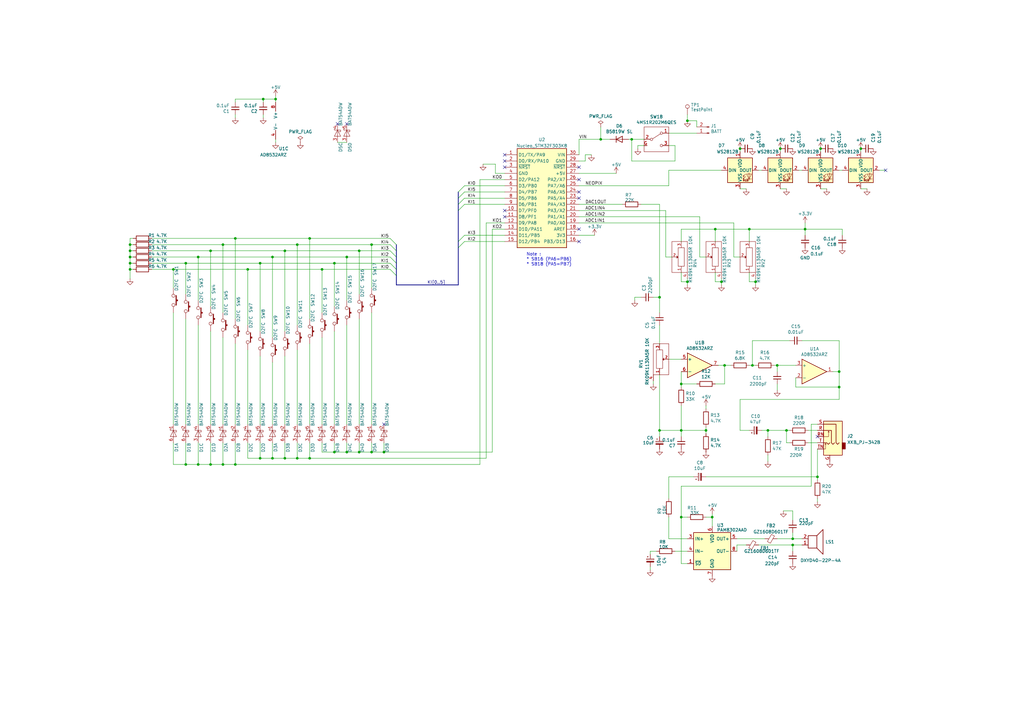
<source format=kicad_sch>
(kicad_sch (version 20230121) (generator eeschema)
  (paper "A3")
  (title_block (title "ElectroKalimba EK-002") (date "2023-12-13") (rev "2.0.0") (company "g200kg"))
  (junction (at 309.88 115.57))
  (junction (at 121.92 100.33))
  (junction (at 53.34 102.87))
  (junction (at 106.68 107.95))
  (junction (at 111.76 105.41))
  (junction (at 71.12 110.49))
  (junction (at 330.2 93.98))
  (junction (at 279.4 176.53))
  (junction (at 353.06 60.96))
  (junction (at 295.91 115.57))
  (junction (at 81.28 190.5))
  (junction (at 106.68 187.96))
  (junction (at 76.2 190.5))
  (junction (at 91.44 190.5))
  (junction (at 344.17 158.75))
  (junction (at 137.16 185.42))
  (junction (at 293.37 93.98))
  (junction (at 303.53 60.96))
  (junction (at 147.32 102.87))
  (junction (at 307.34 93.98))
  (junction (at 259.08 57.15))
  (junction (at 246.38 57.15))
  (junction (at 292.1 212.09))
  (junction (at 322.58 176.53))
  (junction (at 270.51 121.92))
  (junction (at 53.34 110.49))
  (junction (at 86.36 190.5))
  (junction (at 325.12 223.52))
  (junction (at 320.04 60.96))
  (junction (at 53.34 100.33))
  (junction (at 53.34 107.95))
  (junction (at 152.4 100.33))
  (junction (at 279.4 157.48))
  (junction (at 142.24 105.41))
  (junction (at 335.28 195.58))
  (junction (at 318.77 149.86))
  (junction (at 127 187.96))
  (junction (at 152.4 185.42))
  (junction (at 116.84 187.96))
  (junction (at 116.84 102.87))
  (junction (at 53.34 105.41))
  (junction (at 344.17 152.4))
  (junction (at 157.48 185.42))
  (junction (at 96.52 97.79))
  (junction (at 111.76 187.96))
  (junction (at 96.52 190.5))
  (junction (at 308.61 149.86))
  (junction (at 336.55 60.96))
  (junction (at 81.28 105.41))
  (junction (at 76.2 107.95))
  (junction (at 279.4 212.09))
  (junction (at 281.94 49.53))
  (junction (at 142.24 185.42))
  (junction (at 289.56 176.53))
  (junction (at 325.12 220.98))
  (junction (at 101.6 110.49))
  (junction (at 132.08 110.49))
  (junction (at 281.94 115.57))
  (junction (at 297.18 149.86))
  (junction (at 121.92 187.96))
  (junction (at 127 97.79))
  (junction (at 147.32 185.42))
  (junction (at 137.16 107.95))
  (junction (at 91.44 100.33))
  (junction (at 107.95 40.64))
  (junction (at 86.36 102.87))
  (junction (at 113.03 40.64))
  (junction (at 314.96 176.53))
  (junction (at 270.51 176.53))
  (no_connect (at 237.49 99.06))
  (no_connect (at 207.01 86.36))
  (no_connect (at 142.24 50.8))
  (no_connect (at 207.01 68.58))
  (no_connect (at 207.01 66.04))
  (no_connect (at 138.43 50.8))
  (no_connect (at 207.01 63.5))
  (no_connect (at 207.01 88.9))
  (no_connect (at 237.49 73.66))
  (no_connect (at 363.22 69.85))
  (no_connect (at 237.49 78.74))
  (no_connect (at 335.28 179.07))
  (no_connect (at 237.49 81.28))
  (no_connect (at 237.49 93.98))
  (no_connect (at 157.48 173.99))
  (no_connect (at 237.49 68.58))
  (bus_entry (at 187.96 78.74) (size 2.54 -2.54))
  (bus_entry (at 187.96 83.82) (size 2.54 -2.54))
  (bus_entry (at 187.96 86.36) (size 2.54 -2.54))
  (bus_entry (at 187.96 99.06) (size 2.54 -2.54))
  (bus_entry (at 187.96 101.6) (size 2.54 -2.54))
  (bus_entry (at 160.02 107.95) (size 2.54 2.54))
  (bus_entry (at 160.02 110.49) (size 2.54 2.54))
  (bus_entry (at 160.02 97.79) (size 2.54 2.54))
  (bus_entry (at 160.02 100.33) (size 2.54 2.54))
  (bus_entry (at 160.02 102.87) (size 2.54 2.54))
  (bus_entry (at 160.02 105.41) (size 2.54 2.54))
  (bus_entry (at 187.96 81.28) (size 2.54 -2.54))
  (wire (pts (xy 196.85 73.66) (xy 196.85 190.5)))
  (wire (pts (xy 157.48 185.42) (xy 201.93 185.42)))
  (wire (pts (xy 127 97.79) (xy 127 130.81)))
  (wire (pts (xy 111.76 105.41) (xy 111.76 138.43)))
  (wire (pts (xy 190.5 76.2) (xy 207.01 76.2)))
  (wire (pts (xy 237.49 96.52) (xy 243.84 96.52)))
  (wire (pts (xy 275.59 105.41) (xy 273.05 105.41)))
  (wire (pts (xy 307.34 149.86) (xy 308.61 149.86)))
  (wire (pts (xy 327.66 69.85) (xy 328.93 69.85)))
  (wire (pts (xy 121.92 100.33) (xy 121.92 133.35)))
  (wire (pts (xy 142.24 181.61) (xy 142.24 185.42)))
  (wire (pts (xy 237.49 66.04) (xy 240.03 66.04)))
  (wire (pts (xy 274.32 195.58) (xy 274.32 204.47)))
  (wire (pts (xy 353.06 60.96) (xy 353.06 62.23)))
  (wire (pts (xy 270.51 153.67) (xy 270.51 176.53)))
  (wire (pts (xy 71.12 181.61) (xy 71.12 190.5)))
  (wire (pts (xy 295.91 114.3) (xy 295.91 115.57)))
  (wire (pts (xy 322.58 181.61) (xy 322.58 176.53)))
  (wire (pts (xy 201.93 93.98) (xy 207.01 93.98)))
  (wire (pts (xy 266.7 232.41) (xy 266.7 233.68)))
  (wire (pts (xy 292.1 212.09) (xy 292.1 215.9)))
  (wire (pts (xy 325.12 223.52) (xy 325.12 226.06)))
  (wire (pts (xy 137.16 125.73) (xy 137.16 107.95)))
  (wire (pts (xy 270.51 83.82) (xy 270.51 121.92)))
  (wire (pts (xy 270.51 179.07) (xy 270.51 176.53)))
  (wire (pts (xy 81.28 181.61) (xy 81.28 190.5)))
  (wire (pts (xy 237.49 76.2) (xy 274.32 76.2)))
  (bus (pts (xy 162.56 102.87) (xy 162.56 105.41)))
  (wire (pts (xy 113.03 40.64) (xy 113.03 41.91)))
  (wire (pts (xy 274.32 212.09) (xy 274.32 220.98)))
  (wire (pts (xy 274.32 69.85) (xy 295.91 69.85)))
  (wire (pts (xy 335.28 196.85) (xy 335.28 195.58)))
  (wire (pts (xy 190.5 96.52) (xy 207.01 96.52)))
  (wire (pts (xy 107.95 40.64) (xy 113.03 40.64)))
  (wire (pts (xy 307.34 115.57) (xy 307.34 111.76)))
  (wire (pts (xy 147.32 181.61) (xy 147.32 185.42)))
  (wire (pts (xy 53.34 100.33) (xy 54.61 100.33)))
  (wire (pts (xy 203.2 71.12) (xy 207.01 71.12)))
  (wire (pts (xy 76.2 181.61) (xy 76.2 190.5)))
  (wire (pts (xy 116.84 187.96) (xy 111.76 187.96)))
  (wire (pts (xy 293.37 111.76) (xy 293.37 115.57)))
  (wire (pts (xy 53.34 102.87) (xy 54.61 102.87)))
  (wire (pts (xy 344.17 163.83) (xy 344.17 158.75)))
  (wire (pts (xy 138.43 58.42) (xy 142.24 58.42)))
  (wire (pts (xy 91.44 138.43) (xy 91.44 173.99)))
  (wire (pts (xy 360.68 69.85) (xy 363.22 69.85)))
  (wire (pts (xy 111.76 181.61) (xy 111.76 187.96)))
  (wire (pts (xy 307.34 93.98) (xy 330.2 93.98)))
  (wire (pts (xy 86.36 181.61) (xy 86.36 190.5)))
  (wire (pts (xy 190.5 81.28) (xy 207.01 81.28)))
  (wire (pts (xy 276.86 66.04) (xy 259.08 66.04)))
  (wire (pts (xy 323.85 181.61) (xy 322.58 181.61)))
  (wire (pts (xy 71.12 128.27) (xy 71.12 173.99)))
  (wire (pts (xy 142.24 133.35) (xy 142.24 173.99)))
  (wire (pts (xy 270.51 133.35) (xy 270.51 140.97)))
  (wire (pts (xy 325.12 209.55) (xy 321.31 209.55)))
  (wire (pts (xy 260.35 121.92) (xy 262.89 121.92)))
  (wire (pts (xy 53.34 100.33) (xy 53.34 102.87)))
  (wire (pts (xy 330.2 91.44) (xy 330.2 93.98)))
  (wire (pts (xy 76.2 190.5) (xy 81.28 190.5)))
  (wire (pts (xy 308.61 139.7) (xy 323.85 139.7)))
  (wire (pts (xy 81.28 105.41) (xy 111.76 105.41)))
  (wire (pts (xy 137.16 181.61) (xy 137.16 185.42)))
  (wire (pts (xy 273.05 105.41) (xy 273.05 86.36)))
  (wire (pts (xy 279.4 212.09) (xy 279.4 231.14)))
  (wire (pts (xy 326.39 158.75) (xy 344.17 158.75)))
  (wire (pts (xy 293.37 157.48) (xy 297.18 157.48)))
  (wire (pts (xy 76.2 130.81) (xy 76.2 173.99)))
  (wire (pts (xy 267.97 121.92) (xy 270.51 121.92)))
  (wire (pts (xy 116.84 181.61) (xy 116.84 187.96)))
  (wire (pts (xy 325.12 213.36) (xy 325.12 209.55)))
  (bus (pts (xy 162.56 110.49) (xy 162.56 113.03)))
  (wire (pts (xy 307.34 93.98) (xy 307.34 99.06)))
  (wire (pts (xy 86.36 102.87) (xy 86.36 125.73)))
  (wire (pts (xy 336.55 60.96) (xy 336.55 62.23)))
  (wire (pts (xy 142.24 105.41) (xy 160.02 105.41)))
  (wire (pts (xy 157.48 181.61) (xy 157.48 185.42)))
  (wire (pts (xy 62.23 110.49) (xy 71.12 110.49)))
  (wire (pts (xy 344.17 69.85) (xy 345.44 69.85)))
  (wire (pts (xy 101.6 181.61) (xy 101.6 187.96)))
  (wire (pts (xy 330.2 96.52) (xy 330.2 93.98)))
  (wire (pts (xy 237.49 91.44) (xy 300.99 91.44)))
  (wire (pts (xy 318.77 220.98) (xy 325.12 220.98)))
  (wire (pts (xy 311.15 69.85) (xy 312.42 69.85)))
  (wire (pts (xy 147.32 130.81) (xy 147.32 173.99)))
  (wire (pts (xy 81.28 133.35) (xy 81.28 173.99)))
  (wire (pts (xy 152.4 181.61) (xy 152.4 185.42)))
  (wire (pts (xy 111.76 187.96) (xy 106.68 187.96)))
  (wire (pts (xy 285.75 49.53) (xy 285.75 52.07)))
  (wire (pts (xy 279.4 158.75) (xy 279.4 157.48)))
  (wire (pts (xy 91.44 128.27) (xy 91.44 100.33)))
  (wire (pts (xy 303.53 60.96) (xy 303.53 62.23)))
  (wire (pts (xy 325.12 220.98) (xy 328.93 220.98)))
  (wire (pts (xy 292.1 212.09) (xy 292.1 210.82)))
  (wire (pts (xy 121.92 143.51) (xy 121.92 173.99)))
  (wire (pts (xy 111.76 105.41) (xy 142.24 105.41)))
  (wire (pts (xy 116.84 102.87) (xy 116.84 135.89)))
  (wire (pts (xy 127 97.79) (xy 160.02 97.79)))
  (wire (pts (xy 317.5 149.86) (xy 318.77 149.86)))
  (wire (pts (xy 318.77 149.86) (xy 326.39 149.86)))
  (wire (pts (xy 237.49 88.9) (xy 287.02 88.9)))
  (wire (pts (xy 325.12 223.52) (xy 328.93 223.52)))
  (wire (pts (xy 96.52 41.91) (xy 96.52 40.64)))
  (wire (pts (xy 279.4 93.98) (xy 279.4 99.06)))
  (wire (pts (xy 309.88 114.3) (xy 309.88 115.57)))
  (bus (pts (xy 187.96 101.6) (xy 187.96 116.84)))
  (bus (pts (xy 187.96 86.36) (xy 187.96 99.06)))
  (bus (pts (xy 187.96 78.74) (xy 187.96 81.28)))
  (wire (pts (xy 281.94 115.57) (xy 281.94 116.84)))
  (wire (pts (xy 257.81 57.15) (xy 259.08 57.15)))
  (wire (pts (xy 137.16 185.42) (xy 142.24 185.42)))
  (wire (pts (xy 142.24 185.42) (xy 147.32 185.42)))
  (wire (pts (xy 86.36 135.89) (xy 86.36 173.99)))
  (wire (pts (xy 107.95 41.91) (xy 107.95 40.64)))
  (wire (pts (xy 71.12 110.49) (xy 101.6 110.49)))
  (wire (pts (xy 289.56 212.09) (xy 292.1 212.09)))
  (wire (pts (xy 132.08 110.49) (xy 160.02 110.49)))
  (wire (pts (xy 76.2 107.95) (xy 106.68 107.95)))
  (wire (pts (xy 279.4 115.57) (xy 279.4 111.76)))
  (wire (pts (xy 335.28 173.99) (xy 332.74 173.99)))
  (wire (pts (xy 297.18 157.48) (xy 297.18 149.86)))
  (wire (pts (xy 53.34 110.49) (xy 53.34 114.3)))
  (wire (pts (xy 96.52 97.79) (xy 96.52 130.81)))
  (wire (pts (xy 314.96 176.53) (xy 314.96 179.07)))
  (wire (pts (xy 289.56 175.26) (xy 289.56 176.53)))
  (wire (pts (xy 81.28 190.5) (xy 86.36 190.5)))
  (wire (pts (xy 106.68 135.89) (xy 106.68 107.95)))
  (wire (pts (xy 279.4 212.09) (xy 281.94 212.09)))
  (wire (pts (xy 262.89 83.82) (xy 270.51 83.82)))
  (wire (pts (xy 353.06 77.47) (xy 355.6 77.47)))
  (wire (pts (xy 53.34 105.41) (xy 54.61 105.41)))
  (wire (pts (xy 281.94 46.99) (xy 281.94 49.53)))
  (wire (pts (xy 127 187.96) (xy 199.39 187.96)))
  (wire (pts (xy 279.4 231.14) (xy 281.94 231.14)))
  (wire (pts (xy 335.28 204.47) (xy 335.28 205.74)))
  (wire (pts (xy 62.23 105.41) (xy 81.28 105.41)))
  (wire (pts (xy 240.03 63.5) (xy 242.57 63.5)))
  (wire (pts (xy 81.28 105.41) (xy 81.28 123.19)))
  (wire (pts (xy 308.61 149.86) (xy 309.88 149.86)))
  (wire (pts (xy 86.36 190.5) (xy 91.44 190.5)))
  (wire (pts (xy 289.56 105.41) (xy 287.02 105.41)))
  (wire (pts (xy 201.93 93.98) (xy 201.93 185.42)))
  (wire (pts (xy 53.34 107.95) (xy 54.61 107.95)))
  (wire (pts (xy 147.32 102.87) (xy 160.02 102.87)))
  (wire (pts (xy 274.32 54.61) (xy 285.75 54.61)))
  (wire (pts (xy 246.38 57.15) (xy 250.19 57.15)))
  (bus (pts (xy 162.56 116.84) (xy 187.96 116.84)))
  (wire (pts (xy 96.52 181.61) (xy 96.52 190.5)))
  (wire (pts (xy 276.86 226.06) (xy 281.94 226.06)))
  (wire (pts (xy 345.44 96.52) (xy 345.44 93.98)))
  (wire (pts (xy 281.94 115.57) (xy 279.4 115.57)))
  (wire (pts (xy 62.23 107.95) (xy 76.2 107.95)))
  (wire (pts (xy 274.32 59.69) (xy 276.86 59.69)))
  (wire (pts (xy 274.32 220.98) (xy 281.94 220.98)))
  (wire (pts (xy 331.47 181.61) (xy 335.28 181.61)))
  (wire (pts (xy 266.7 227.33) (xy 266.7 226.06)))
  (wire (pts (xy 261.62 59.69) (xy 264.16 59.69)))
  (wire (pts (xy 147.32 185.42) (xy 152.4 185.42)))
  (wire (pts (xy 96.52 40.64) (xy 107.95 40.64)))
  (wire (pts (xy 289.56 195.58) (xy 335.28 195.58)))
  (bus (pts (xy 187.96 99.06) (xy 187.96 101.6)))
  (wire (pts (xy 307.34 176.53) (xy 303.53 176.53)))
  (wire (pts (xy 199.39 91.44) (xy 199.39 187.96)))
  (wire (pts (xy 309.88 115.57) (xy 309.88 116.84)))
  (wire (pts (xy 303.53 77.47) (xy 306.07 77.47)))
  (wire (pts (xy 279.4 199.39) (xy 279.4 212.09)))
  (wire (pts (xy 270.51 176.53) (xy 279.4 176.53)))
  (bus (pts (xy 187.96 83.82) (xy 187.96 86.36)))
  (wire (pts (xy 270.51 121.92) (xy 270.51 128.27)))
  (wire (pts (xy 281.94 114.3) (xy 281.94 115.57)))
  (bus (pts (xy 187.96 81.28) (xy 187.96 83.82)))
  (wire (pts (xy 297.18 149.86) (xy 294.64 149.86)))
  (wire (pts (xy 314.96 176.53) (xy 322.58 176.53)))
  (wire (pts (xy 96.52 190.5) (xy 196.85 190.5)))
  (wire (pts (xy 53.34 97.79) (xy 53.34 100.33)))
  (wire (pts (xy 344.17 158.75) (xy 344.17 152.4)))
  (wire (pts (xy 53.34 107.95) (xy 53.34 110.49)))
  (wire (pts (xy 289.56 177.8) (xy 289.56 176.53)))
  (wire (pts (xy 190.5 99.06) (xy 207.01 99.06)))
  (wire (pts (xy 297.18 149.86) (xy 299.72 149.86)))
  (wire (pts (xy 279.4 157.48) (xy 285.75 157.48)))
  (wire (pts (xy 152.4 100.33) (xy 160.02 100.33)))
  (wire (pts (xy 113.03 57.15) (xy 113.03 58.42)))
  (wire (pts (xy 274.32 195.58) (xy 284.48 195.58)))
  (wire (pts (xy 116.84 102.87) (xy 147.32 102.87)))
  (wire (pts (xy 279.4 176.53) (xy 289.56 176.53)))
  (wire (pts (xy 190.5 78.74) (xy 207.01 78.74)))
  (wire (pts (xy 311.15 223.52) (xy 325.12 223.52)))
  (wire (pts (xy 207.01 73.66) (xy 196.85 73.66)))
  (wire (pts (xy 53.34 110.49) (xy 54.61 110.49)))
  (wire (pts (xy 127 140.97) (xy 127 173.99)))
  (wire (pts (xy 295.91 115.57) (xy 295.91 116.84)))
  (wire (pts (xy 132.08 128.27) (xy 132.08 110.49)))
  (wire (pts (xy 190.5 83.82) (xy 207.01 83.82)))
  (wire (pts (xy 54.61 97.79) (xy 53.34 97.79)))
  (wire (pts (xy 279.4 166.37) (xy 279.4 176.53)))
  (wire (pts (xy 198.12 67.31) (xy 203.2 67.31)))
  (wire (pts (xy 318.77 157.48) (xy 318.77 160.02)))
  (wire (pts (xy 240.03 66.04) (xy 240.03 63.5)))
  (bus (pts (xy 162.56 105.41) (xy 162.56 107.95)))
  (wire (pts (xy 86.36 102.87) (xy 116.84 102.87)))
  (wire (pts (xy 116.84 146.05) (xy 116.84 173.99)))
  (wire (pts (xy 300.99 105.41) (xy 303.53 105.41)))
  (wire (pts (xy 101.6 110.49) (xy 101.6 133.35)))
  (wire (pts (xy 132.08 138.43) (xy 132.08 173.99)))
  (wire (pts (xy 113.03 39.37) (xy 113.03 40.64)))
  (bus (pts (xy 162.56 107.95) (xy 162.56 110.49)))
  (wire (pts (xy 132.08 185.42) (xy 137.16 185.42)))
  (wire (pts (xy 273.05 86.36) (xy 237.49 86.36)))
  (wire (pts (xy 76.2 107.95) (xy 76.2 120.65)))
  (wire (pts (xy 101.6 110.49) (xy 132.08 110.49)))
  (wire (pts (xy 336.55 77.47) (xy 339.09 77.47)))
  (wire (pts (xy 101.6 143.51) (xy 101.6 173.99)))
  (wire (pts (xy 121.92 181.61) (xy 121.92 187.96)))
  (wire (pts (xy 276.86 59.69) (xy 276.86 66.04)))
  (wire (pts (xy 302.26 220.98) (xy 313.69 220.98)))
  (wire (pts (xy 332.74 199.39) (xy 279.4 199.39)))
  (wire (pts (xy 260.35 123.19) (xy 260.35 121.92)))
  (wire (pts (xy 287.02 105.41) (xy 287.02 88.9)))
  (wire (pts (xy 303.53 163.83) (xy 344.17 163.83)))
  (wire (pts (xy 142.24 105.41) (xy 142.24 123.19)))
  (wire (pts (xy 266.7 226.06) (xy 269.24 226.06)))
  (wire (pts (xy 314.96 186.69) (xy 314.96 189.23)))
  (wire (pts (xy 199.39 91.44) (xy 207.01 91.44)))
  (wire (pts (xy 203.2 67.31) (xy 203.2 71.12)))
  (wire (pts (xy 332.74 173.99) (xy 332.74 199.39)))
  (wire (pts (xy 279.4 176.53) (xy 279.4 179.07)))
  (wire (pts (xy 53.34 102.87) (xy 53.34 105.41)))
  (wire (pts (xy 300.99 105.41) (xy 300.99 91.44)))
  (wire (pts (xy 345.44 93.98) (xy 330.2 93.98)))
  (wire (pts (xy 246.38 52.07) (xy 246.38 57.15)))
  (wire (pts (xy 121.92 100.33) (xy 152.4 100.33)))
  (wire (pts (xy 152.4 100.33) (xy 152.4 118.11)))
  (wire (pts (xy 62.23 97.79) (xy 96.52 97.79)))
  (wire (pts (xy 293.37 93.98) (xy 293.37 99.06)))
  (wire (pts (xy 71.12 190.5) (xy 76.2 190.5)))
  (wire (pts (xy 281.94 49.53) (xy 285.75 49.53)))
  (wire (pts (xy 96.52 46.99) (xy 96.52 48.26)))
  (wire (pts (xy 137.16 135.89) (xy 137.16 173.99)))
  (wire (pts (xy 344.17 139.7) (xy 344.17 152.4)))
  (wire (pts (xy 302.26 223.52) (xy 306.07 223.52)))
  (wire (pts (xy 106.68 187.96) (xy 101.6 187.96)))
  (wire (pts (xy 331.47 176.53) (xy 335.28 176.53)))
  (wire (pts (xy 106.68 181.61) (xy 106.68 187.96)))
  (wire (pts (xy 326.39 154.94) (xy 326.39 158.75)))
  (wire (pts (xy 293.37 93.98) (xy 307.34 93.98)))
  (wire (pts (xy 259.08 66.04) (xy 259.08 57.15)))
  (wire (pts (xy 71.12 110.49) (xy 71.12 118.11)))
  (wire (pts (xy 344.17 152.4) (xy 341.63 152.4)))
  (wire (pts (xy 127 181.61) (xy 127 187.96)))
  (wire (pts (xy 303.53 176.53) (xy 303.53 163.83)))
  (wire (pts (xy 322.58 176.53) (xy 323.85 176.53)))
  (wire (pts (xy 62.23 100.33) (xy 91.44 100.33)))
  (wire (pts (xy 137.16 107.95) (xy 160.02 107.95)))
  (wire (pts (xy 325.12 218.44) (xy 325.12 220.98)))
  (wire (pts (xy 91.44 181.61) (xy 91.44 190.5)))
  (wire (pts (xy 318.77 149.86) (xy 318.77 152.4)))
  (wire (pts (xy 147.32 102.87) (xy 147.32 120.65)))
  (wire (pts (xy 91.44 190.5) (xy 96.52 190.5)))
  (wire (pts (xy 261.62 60.96) (xy 261.62 59.69)))
  (wire (pts (xy 237.49 83.82) (xy 255.27 83.82)))
  (wire (pts (xy 289.56 166.37) (xy 289.56 167.64)))
  (wire (pts (xy 53.34 105.41) (xy 53.34 107.95)))
  (wire (pts (xy 274.32 76.2) (xy 274.32 69.85)))
  (wire (pts (xy 111.76 148.59) (xy 111.76 173.99)))
  (wire (pts (xy 152.4 185.42) (xy 157.48 185.42)))
  (wire (pts (xy 320.04 77.47) (xy 322.58 77.47)))
  (wire (pts (xy 335.28 195.58) (xy 335.28 184.15)))
  (wire (pts (xy 328.93 139.7) (xy 344.17 139.7)))
  (wire (pts (xy 302.26 226.06) (xy 302.26 223.52)))
  (wire (pts (xy 121.92 187.96) (xy 116.84 187.96)))
  (wire (pts (xy 237.49 57.15) (xy 237.49 63.5)))
  (wire (pts (xy 279.4 152.4) (xy 279.4 157.48)))
  (wire (pts (xy 309.88 115.57) (xy 307.34 115.57)))
  (wire (pts (xy 62.23 102.87) (xy 86.36 102.87)))
  (wire (pts (xy 279.4 93.98) (xy 293.37 93.98)))
  (wire (pts (xy 308.61 149.86) (xy 308.61 139.7)))
  (wire (pts (xy 132.08 181.61) (xy 132.08 185.42)))
  (wire (pts (xy 121.92 187.96) (xy 127 187.96)))
  (wire (pts (xy 237.49 57.15) (xy 246.38 57.15)))
  (wire (pts (xy 259.08 57.15) (xy 264.16 57.15)))
  (wire (pts (xy 237.49 71.12) (xy 252.73 71.12)))
  (wire (pts (xy 312.42 176.53) (xy 314.96 176.53)))
  (wire (pts (xy 293.37 115.57) (xy 295.91 115.57)))
  (wire (pts (xy 106.68 146.05) (xy 106.68 173.99)))
  (wire (pts (xy 106.68 107.95) (xy 137.16 107.95)))
  (wire (pts (xy 107.95 48.26) (xy 107.95 46.99)))
  (bus (pts (xy 162.56 100.33) (xy 162.56 102.87)))
  (wire (pts (xy 96.52 140.97) (xy 96.52 173.99)))
  (wire (pts (xy 96.52 97.79) (xy 127 97.79)))
  (wire (pts (xy 320.04 60.96) (xy 320.04 62.23)))
  (wire (pts (xy 274.32 147.32) (xy 279.4 147.32)))
  (wire (pts (xy 267.97 156.21) (xy 267.97 157.48)))
  (wire (pts (xy 152.4 128.27) (xy 152.4 173.99)))
  (wire (pts (xy 91.44 100.33) (xy 121.92 100.33)))
  (bus (pts (xy 162.56 113.03) (xy 162.56 116.84)))
  (text "Note : \n* SB16 (PA6=PB6)\n* SB18 (PA5=PB7)" (at 215.9 109.22 0) (effects (font (size 1.27 1.27)) (justify left bottom)))
  (label "KO0" (at 201.93 73.66 0))
  (label "KI2" (at 191.77 99.06 0))
  (label "ADC1IN1" (at 240.03 91.44 0))
  (label "KI3" (at 191.77 96.52 0))
  (label "KI0" (at 156.21 110.49 0))
  (label "KI4" (at 191.77 81.28 0))
  (label "NEOPIX" (at 240.03 76.2 0))
  (label "KI3" (at 156.21 102.87 0))
  (label "KI5" (at 156.21 97.79 0))
  (label "KI0" (at 191.77 76.2 0))
  (label "KO1" (at 201.93 91.44 0))
  (label "VIN" (at 237.49 57.15 0))
  (label "DAC1OUT" (at 240.03 83.82 0))
  (label "KI1" (at 156.21 107.95 0))
  (label "KI1" (at 191.77 83.82 0))
  (label "ADC1IN2" (at 240.03 88.9 0))
  (label "KI5" (at 191.77 78.74 0))
  (label "ADC1IN4" (at 240.03 86.36 0))
  (label "KI2" (at 156.21 105.41 0))
  (label "KO2" (at 201.93 93.98 0))
  (label "KI4" (at 156.21 100.33 0))
  (label "KI[0..5]" (at 175.26 116.84 0))
  (symbol (lib_id "Amplifier_Operational:NJM4580") (at 334.01 152.4 0) (unit 1)
    (property "Reference" "U1" (at 334.01 143.0782 0))
    (property "Value" "AD8532ARZ" (at 334.01 145.3896 0))
    (property "Footprint" "Package_SO:SOIC-8_3.9x4.9mm_P1.27mm" (effects hide))
    (property "Datasheet" "http://www.njr.com/semicon/PDF/NJM4580_E.pdf" (effects hide))
  )
  (symbol (lib_id "Device:R") (at 313.69 149.86 270) (unit 1)
    (property "Reference" "R16" (at 313.69 144.6022 90))
    (property "Value" "4.7K" (at 313.69 146.9136 90))
    (property "Footprint" "Resistor_SMD:R_0603_1608Metric" (effects hide))
  )
  (symbol (lib_id "Device:R") (at 303.53 149.86 270) (unit 1)
    (property "Reference" "R15" (at 303.53 144.6022 90))
    (property "Value" "6.8K" (at 303.53 146.9136 90))
    (property "Footprint" "Resistor_SMD:R_0603_1608Metric" (effects hide))
  )
  (symbol (lib_id "Device:C_Small") (at 318.77 154.94 180) (unit 1)
    (property "Reference" "C11" (at 308.61 154.94 0) (effects (justify right)))
    (property "Value" "2200pF" (at 307.34 157.48 0) (effects (justify right)))
    (property "Footprint" "Capacitor_SMD:C_0603_1608Metric" (effects hide))
  )
  (symbol (lib_id "Device:C_Small") (at 326.39 139.7 90) (unit 1)
    (property "Reference" "C15" (at 326.39 133.8834 90))
    (property "Value" "0.01uF" (at 326.39 136.1948 90))
    (property "Footprint" "Capacitor_SMD:C_0603_1608Metric" (effects hide))
  )
  (symbol (lib_id "Device:D") (at 254 57.15 0) (unit 1)
    (property "Reference" "D6" (at 254 51.6636 0))
    (property "Value" "B5819W SL" (at 254 53.975 0))
    (property "Footprint" "Diode_SMD:D_SOD-123" (effects hide))
    (property "Sim.Device" "D" (effects hide))
    (property "Sim.Pins" "1=K 2=A" (effects hide))
  )
  (symbol (lib_id "Device:C_Small") (at 107.95 44.45 0) (unit 1)
    (property "Reference" "C2" (at 105.6132 45.6184 0) (effects (justify right)))
    (property "Value" "0.1uF" (at 105.6132 43.307 0) (effects (justify right)))
    (property "Footprint" "Capacitor_SMD:C_0603_1608Metric" (effects hide))
  )
  (symbol (lib_id "Amplifier_Operational:NJM4580") (at 287.02 149.86 0) (unit 2)
    (property "Reference" "U1" (at 287.02 140.5382 0))
    (property "Value" "AD8532ARZ" (at 287.02 142.8496 0))
    (property "Footprint" "Package_SO:SOIC-8_3.9x4.9mm_P1.27mm" (effects hide))
    (property "Datasheet" "http://www.njr.com/semicon/PDF/NJM4580_E.pdf" (effects hide))
  )
  (symbol (lib_id "Amplifier_Operational:NJM4580") (at 115.57 49.53 0) (unit 3)
    (property "Reference" "U1" (at 114.3 60.96 0) (effects (justify left)))
    (property "Value" "AD8532ARZ" (at 106.68 63.5 0) (effects (justify left)))
    (property "Footprint" "Package_SO:SOIC-8_3.9x4.9mm_P1.27mm" (effects hide))
    (property "Datasheet" "http://www.njr.com/semicon/PDF/NJM4580_E.pdf" (effects hide))
  )
  (symbol (lib_id "Device:C_Small") (at 96.52 44.45 0) (unit 1)
    (property "Reference" "C1" (at 94.1832 45.6184 0) (effects (justify right)))
    (property "Value" "0.1uF" (at 94.1832 43.307 0) (effects (justify right)))
    (property "Footprint" "Capacitor_SMD:C_0603_1608Metric" (effects hide))
  )
  (symbol (lib_id "Connector:Conn_01x02_Pin") (at 290.83 54.61 180) (unit 1)
    (property "Reference" "J1" (at 291.5412 51.6128 0) (effects (justify right)))
    (property "Value" "BATT" (at 291.5412 53.9242 0) (effects (justify right)))
    (property "Footprint" "Connector_PinSocket_2.54mm:PinSocket_1x02_P2.54mm_Horizontal" (effects hide))
  )
  (symbol (lib_id "Device:R") (at 289.56 181.61 180) (unit 1)
    (property "Reference" "R14" (at 291.338 180.4416 0) (effects (justify right)))
    (property "Value" "4.7K" (at 291.338 182.753 0) (effects (justify right)))
    (property "Footprint" "Resistor_SMD:R_0603_1608Metric" (effects hide))
  )
  (symbol (lib_id "Device:R") (at 289.56 171.45 180) (unit 1)
    (property "Reference" "R13" (at 291.338 170.2816 0) (effects (justify right)))
    (property "Value" "4.7K" (at 291.338 172.593 0) (effects (justify right)))
    (property "Footprint" "Resistor_SMD:R_0603_1608Metric" (effects hide))
  )
  (symbol (lib_id "Device:C_Polarized_Small") (at 270.51 181.61 0) (unit 1)
    (property "Reference" "C6" (at 267.97 179.578 0) (effects (justify right)))
    (property "Value" "10uF" (at 268.478 181.61 0) (effects (justify right)))
    (property "Footprint" "Capacitor_Tantalum_SMD:CP_EIA-3216-18_Kemet-A" (effects hide))
  )
  (symbol (lib_id "Device:R") (at 327.66 176.53 270) (unit 1)
    (property "Reference" "R18" (at 327.66 171.2722 90))
    (property "Value" "220R" (at 327.66 173.5836 90))
    (property "Footprint" "Resistor_SMD:R_0603_1608Metric" (effects hide))
  )
  (symbol (lib_id "Device:C_Polarized_Small") (at 309.88 176.53 90) (unit 1)
    (property "Reference" "C10" (at 309.88 170.7134 90))
    (property "Value" "47uF" (at 309.88 173.0248 90))
    (property "Footprint" "Capacitor_Tantalum_SMD:CP_EIA-3528-21_Kemet-B" (effects hide))
  )
  (symbol (lib_id "power:GND") (at 198.12 67.31 0) (unit 1)
    (property "Reference" "#PWR07" (effects hide))
    (property "Value" "GND" (effects hide))
  )
  (symbol (lib_id "power:GND") (at 242.57 63.5 0) (unit 1)
    (property "Reference" "#PWR08" (effects hide))
    (property "Value" "GND" (effects hide))
  )
  (symbol (lib_id "Device:R") (at 314.96 182.88 180) (unit 1)
    (property "Reference" "R17" (at 316.738 181.7116 0) (effects (justify right)))
    (property "Value" "47K" (at 316.738 184.023 0) (effects (justify right)))
    (property "Footprint" "Resistor_SMD:R_0603_1608Metric" (effects hide))
  )
  (symbol (lib_id "Device:R") (at 327.66 181.61 270) (unit 1)
    (property "Reference" "R19" (at 327.66 184.15 90))
    (property "Value" "220R" (at 326.39 186.69 90))
    (property "Footprint" "Resistor_SMD:R_0603_1608Metric" (effects hide))
  )
  (symbol (lib_id "Device:C_Small") (at 279.4 181.61 0) (unit 1)
    (property "Reference" "C7" (at 277.0632 182.7784 0) (effects (justify right)))
    (property "Value" "0.1uF" (at 277.0632 180.467 0) (effects (justify right)))
    (property "Footprint" "Capacitor_SMD:C_0603_1608Metric" (effects hide))
  )
  (symbol (lib_id "MyLib:SW_SPDT_G") (at 269.24 57.15 0) (unit 1)
    (property "Reference" "SW18" (at 269.24 47.879 0))
    (property "Value" "4MS1R202M6QES" (at 269.24 50.1904 0))
    (property "Footprint" "MyLib:Sw_Rocker_4MS1R202M6QES" (effects hide))
  )
  (symbol (lib_id "power:PWR_FLAG") (at 246.38 52.07 0) (unit 1)
    (property "Reference" "#FLG02" (effects hide))
    (property "Value" "PWR_FLAG" (at 246.38 47.6758 0))
  )
  (symbol (lib_id "Device:R") (at 289.56 157.48 270) (unit 1)
    (property "Reference" "R12" (at 289.56 152.2222 90))
    (property "Value" "12K" (at 289.56 154.5336 90))
    (property "Footprint" "Resistor_SMD:R_0603_1608Metric" (effects hide))
  )
  (symbol (lib_id "Device:R") (at 279.4 162.56 180) (unit 1)
    (property "Reference" "R10" (at 281.178 161.3916 0) (effects (justify right)))
    (property "Value" "33K" (at 281.178 163.703 0) (effects (justify right)))
    (property "Footprint" "Resistor_SMD:R_0603_1608Metric" (effects hide))
  )
  (symbol (lib_id "Device:C_Small") (at 270.51 130.81 0) (unit 1)
    (property "Reference" "C5" (at 265.43 132.08 90) (effects (justify right)))
    (property "Value" "0.1uF" (at 267.97 129.54 90) (effects (justify right)))
    (property "Footprint" "Capacitor_SMD:C_0603_1608Metric" (effects hide))
  )
  (symbol (lib_id "power:GND") (at 339.09 77.47 0) (unit 1)
    (property "Reference" "#PWR039" (effects hide))
    (property "Value" "GND" (effects hide))
  )
  (symbol (lib_id "power:+5V") (at 353.06 60.96 0) (unit 1)
    (property "Reference" "#PWR043" (effects hide))
    (property "Value" "+5V" (at 353.06 57.3842 0))
  )
  (symbol (lib_id "power:+5V") (at 336.55 60.96 0) (unit 1)
    (property "Reference" "#PWR038" (effects hide))
    (property "Value" "+5V" (at 336.55 57.3842 0))
  )
  (symbol (lib_id "MyLib:Sw_Micro_C-NO") (at 106.68 140.97 270) (unit 1)
    (property "Reference" "SW8" (at 107.95 130.81 0) (effects (justify right)))
    (property "Value" "D2FC" (at 107.95 137.16 0) (effects (justify right)))
    (property "Footprint" "MyLib:Sw_Micro_Omron-D2F" (effects hide))
  )
  (symbol (lib_id "Diode:BAT54ADW") (at 76.2 177.8 270) (unit 2)
    (property "Reference" "D1" (at 77.47 181.61 0) (effects (justify left)))
    (property "Value" "BAT54ADW" (at 77.47 165.1 0) (effects (justify left)))
    (property "Footprint" "Package_TO_SOT_SMD:SOT-363_SC-70-6" (effects hide))
    (property "Datasheet" "http://www.diodes.com/datasheets/ds30152.pdf" (effects hide))
  )
  (symbol (lib_id "MyLib:POT_G") (at 293.37 105.41 90) (unit 1)
    (property "Reference" "RV3" (at 299.085 106.045 0) (effects (justify right)))
    (property "Value" "RK09K1130A5R 10K" (at 297.18 96.52 0) (effects (justify right)))
    (property "Footprint" "MyLib:Potentiometer_Alps_RK09K_Single_Vertical" (effects hide))
  )
  (symbol (lib_id "Diode:BAT54ADW") (at 106.68 177.8 270) (unit 4)
    (property "Reference" "D2" (at 107.95 181.61 0) (effects (justify left)))
    (property "Value" "BAT54ADW" (at 107.95 165.1 0) (effects (justify left)))
    (property "Footprint" "Package_TO_SOT_SMD:SOT-363_SC-70-6" (effects hide))
    (property "Datasheet" "http://www.diodes.com/datasheets/ds30152.pdf" (effects hide))
  )
  (symbol (lib_id "power:+5V") (at 113.03 39.37 0) (unit 1)
    (property "Reference" "#PWR04" (effects hide))
    (property "Value" "+5V" (at 113.03 35.7942 0))
  )
  (symbol (lib_id "power:GND") (at 266.7 233.68 0) (unit 1)
    (property "Reference" "#PWR013" (effects hide))
    (property "Value" "GND" (effects hide))
  )
  (symbol (lib_id "MyLib:Sw_Micro_C-NO") (at 121.92 138.43 270) (unit 1)
    (property "Reference" "SW11" (at 123.19 128.27 0) (effects (justify right)))
    (property "Value" "D2FC" (at 123.19 134.62 0) (effects (justify right)))
    (property "Footprint" "MyLib:Sw_Micro_Omron-D2F" (effects hide))
  )
  (symbol (lib_id "MyLib:Sw_Micro_C-NO") (at 71.12 123.19 270) (unit 1)
    (property "Reference" "SW1" (at 72.39 113.03 0) (effects (justify right)))
    (property "Value" "D2FC" (at 72.39 119.38 0) (effects (justify right)))
    (property "Footprint" "MyLib:Sw_Micro_Omron-D2F" (effects hide))
  )
  (symbol (lib_id "Device:C_Small") (at 330.2 99.06 0) (unit 1)
    (property "Reference" "C16" (at 336.55 101.6 0) (effects (justify right)))
    (property "Value" "0.1uF" (at 337.82 104.14 0) (effects (justify right)))
    (property "Footprint" "Capacitor_SMD:C_0603_1608Metric" (effects hide))
  )
  (symbol (lib_id "Device:C_Small") (at 355.6 60.96 90) (unit 1)
    (property "Reference" "C19" (at 358.14 54.61 0) (effects (justify right)))
    (property "Value" "0.1uF" (at 360.68 53.34 0) (effects (justify right)))
    (property "Footprint" "Capacitor_SMD:C_0603_1608Metric" (effects hide))
  )
  (symbol (lib_id "Device:C_Small") (at 306.07 60.96 90) (unit 1)
    (property "Reference" "C9" (at 308.61 54.61 0) (effects (justify right)))
    (property "Value" "0.1uF" (at 311.15 53.34 0) (effects (justify right)))
    (property "Footprint" "Capacitor_SMD:C_0603_1608Metric" (effects hide))
  )
  (symbol (lib_id "power:+5V") (at 303.53 60.96 0) (unit 1)
    (property "Reference" "#PWR024" (effects hide))
    (property "Value" "+5V" (at 303.53 57.3842 0))
  )
  (symbol (lib_id "Diode:BAT54ADW") (at 116.84 177.8 270) (unit 2)
    (property "Reference" "D3" (at 118.11 181.61 0) (effects (justify left)))
    (property "Value" "BAT54ADW" (at 118.11 165.1 0) (effects (justify left)))
    (property "Footprint" "Package_TO_SOT_SMD:SOT-363_SC-70-6" (effects hide))
    (property "Datasheet" "http://www.diodes.com/datasheets/ds30152.pdf" (effects hide))
  )
  (symbol (lib_id "Diode:BAT54ADW") (at 132.08 177.8 270) (unit 1)
    (property "Reference" "D4" (at 133.35 181.61 0) (effects (justify left)))
    (property "Value" "BAT54ADW" (at 133.35 165.1 0) (effects (justify left)))
    (property "Footprint" "Package_TO_SOT_SMD:SOT-363_SC-70-6" (effects hide))
    (property "Datasheet" "http://www.diodes.com/datasheets/ds30152.pdf" (effects hide))
  )
  (symbol (lib_id "power:GND") (at 335.28 205.74 0) (unit 1)
    (property "Reference" "#PWR037" (effects hide))
    (property "Value" "GND" (effects hide))
  )
  (symbol (lib_id "power:GND") (at 340.36 189.23 0) (unit 1)
    (property "Reference" "#PWR040" (effects hide))
    (property "Value" "GND" (effects hide))
  )
  (symbol (lib_id "Arduino:Nucleo_STM32F303K8") (at 222.25 81.28 0) (unit 1)
    (property "Reference" "U2" (at 222.25 57.2602 0))
    (property "Value" "Nucleo_STM32F303K8" (at 222.25 59.7971 0))
    (property "Footprint" "Arduino:Nucleo_32" (effects hide))
    (property "Datasheet" "https://store.arduino.cc/usa/arduino-nano" (effects hide))
  )
  (symbol (lib_id "power:GND") (at 314.96 189.23 0) (unit 1)
    (property "Reference" "#PWR028" (effects hide))
    (property "Value" "GND" (effects hide))
  )
  (symbol (lib_id "MyLib:POT_G") (at 270.51 147.32 270) (mirror x) (unit 1)
    (property "Reference" "RV1" (at 262.89 147.32 0) (effects (justify right)))
    (property "Value" "RK09K1130A5R 10K" (at 265.43 138.43 0) (effects (justify right)))
    (property "Footprint" "MyLib:Potentiometer_Alps_RK09K_Single_Vertical" (effects hide))
  )
  (symbol (lib_id "LED:WS2812B") (at 336.55 69.85 0) (unit 1)
    (property "Reference" "D9" (at 328.93 59.69 0))
    (property "Value" "WS2812B" (at 331.47 62.23 0))
    (property "Footprint" "LED_SMD:LED_WS2812B_PLCC4_5.0x5.0mm_P3.2mm" (effects hide))
    (property "Datasheet" "https://cdn-shop.adafruit.com/datasheets/WS2812B.pdf" (effects hide))
  )
  (symbol (lib_id "Diode:BAT54ADW") (at 157.48 177.8 270) (unit 2)
    (property "Reference" "D5" (at 158.75 181.61 0) (effects (justify left)))
    (property "Value" "BAT54ADW" (at 158.75 165.1 0) (effects (justify left)))
    (property "Footprint" "Package_TO_SOT_SMD:SOT-363_SC-70-6" (effects hide))
    (property "Datasheet" "http://www.diodes.com/datasheets/ds30152.pdf" (effects hide))
  )
  (symbol (lib_id "Device:C_Small") (at 265.43 121.92 90) (unit 1)
    (property "Reference" "C3" (at 264.16 118.11 0))
    (property "Value" "2200pF" (at 266.7 116.84 0))
    (property "Footprint" "Capacitor_SMD:C_0603_1608Metric" (effects hide))
  )
  (symbol (lib_id "Device:C_Polarized_Small") (at 287.02 195.58 90) (unit 1)
    (property "Reference" "C8" (at 287.02 189.7634 90))
    (property "Value" "10uF" (at 287.02 192.0748 90))
    (property "Footprint" "Capacitor_Tantalum_SMD:CP_EIA-3216-18_Kemet-A" (effects hide))
  )
  (symbol (lib_id "power:GND") (at 325.12 231.14 0) (unit 1)
    (property "Reference" "#PWR034" (effects hide))
    (property "Value" "GND" (effects hide))
  )
  (symbol (lib_id "power:GND") (at 107.95 48.26 0) (unit 1)
    (property "Reference" "#PWR03" (effects hide))
    (property "Value" "GND" (effects hide))
  )
  (symbol (lib_id "MyLib:Sw_Micro_C-NO") (at 142.24 128.27 270) (unit 1)
    (property "Reference" "SW15" (at 143.51 118.11 0) (effects (justify right)))
    (property "Value" "D2FC" (at 143.51 124.46 0) (effects (justify right)))
    (property "Footprint" "MyLib:Sw_Micro_Omron-D2F" (effects hide))
  )
  (symbol (lib_id "Connector_Audio:AudioJack3_Ground_SwitchTR") (at 340.36 176.53 0) (mirror y) (unit 1)
    (property "Reference" "J2" (at 347.472 178.8703 0) (effects (justify right)))
    (property "Value" "XKB_PJ-342B" (at 347.472 181.4072 0) (effects (justify right)))
    (property "Footprint" "MyLib:Jack_3.5mm_XKB_PJ342B-TX" (effects hide))
  )
  (symbol (lib_id "Diode:BAT54ADW") (at 127 177.8 270) (unit 4)
    (property "Reference" "D3" (at 128.27 181.61 0) (effects (justify left)))
    (property "Value" "BAT54ADW" (at 128.27 165.1 0) (effects (justify left)))
    (property "Footprint" "Package_TO_SOT_SMD:SOT-363_SC-70-6" (effects hide))
    (property "Datasheet" "http://www.diodes.com/datasheets/ds30152.pdf" (effects hide))
  )
  (symbol (lib_id "Diode:BAT54ADW") (at 147.32 177.8 270) (unit 4)
    (property "Reference" "D4" (at 148.59 181.61 0) (effects (justify left)))
    (property "Value" "BAT54ADW" (at 148.59 165.1 0) (effects (justify left)))
    (property "Footprint" "Package_TO_SOT_SMD:SOT-363_SC-70-6" (effects hide))
    (property "Datasheet" "http://www.diodes.com/datasheets/ds30152.pdf" (effects hide))
  )
  (symbol (lib_id "MyLib:Sw_Micro_C-NO") (at 96.52 135.89 270) (unit 1)
    (property "Reference" "SW6" (at 97.79 125.73 0) (effects (justify right)))
    (property "Value" "D2FC" (at 97.79 132.08 0) (effects (justify right)))
    (property "Footprint" "MyLib:Sw_Micro_Omron-D2F" (effects hide))
  )
  (symbol (lib_id "power:GND") (at 292.1 236.22 0) (unit 1)
    (property "Reference" "#PWR022" (effects hide))
    (property "Value" "GND" (effects hide))
  )
  (symbol (lib_id "power:GND") (at 279.4 184.15 0) (unit 1)
    (property "Reference" "#PWR016" (effects hide))
    (property "Value" "GND" (effects hide))
  )
  (symbol (lib_id "Device:C_Small") (at 345.44 99.06 0) (unit 1)
    (property "Reference" "C18" (at 343.1032 100.2284 0) (effects (justify right)))
    (property "Value" "0.1uF" (at 343.1032 97.917 0) (effects (justify right)))
    (property "Footprint" "Capacitor_SMD:C_0603_1608Metric" (effects hide))
  )
  (symbol (lib_id "power:GND") (at 281.94 116.84 0) (unit 1)
    (property "Reference" "#PWR027" (effects hide))
    (property "Value" "GND" (effects hide))
  )
  (symbol (lib_id "Device:FerriteBead_Small") (at 308.61 223.52 90) (unit 1)
    (property "Reference" "FB1" (at 313.69 224.79 90))
    (property "Value" "GZ1608D601TF" (at 312.42 226.06 90))
    (property "Footprint" "Inductor_SMD:L_0603_1608Metric" (effects hide))
  )
  (symbol (lib_id "power:GND") (at 53.34 114.3 0) (unit 1)
    (property "Reference" "#PWR01" (effects hide))
    (property "Value" "GND" (effects hide))
  )
  (symbol (lib_id "MyLib:Sw_Micro_C-NO") (at 101.6 138.43 270) (unit 1)
    (property "Reference" "SW7" (at 102.87 128.27 0) (effects (justify right)))
    (property "Value" "D2FC" (at 102.87 134.62 0) (effects (justify right)))
    (property "Footprint" "MyLib:Sw_Micro_Omron-D2F" (effects hide))
  )
  (symbol (lib_id "Diode:BAT54ADW") (at 71.12 177.8 270) (unit 1)
    (property "Reference" "D1" (at 72.39 181.61 0) (effects (justify left)))
    (property "Value" "BAT54ADW" (at 72.39 165.1 0) (effects (justify left)))
    (property "Footprint" "Package_TO_SOT_SMD:SOT-363_SC-70-6" (effects hide))
    (property "Datasheet" "http://www.diodes.com/datasheets/ds30152.pdf" (effects hide))
  )
  (symbol (lib_id "Diode:BAT54ADW") (at 111.76 177.8 270) (unit 1)
    (property "Reference" "D3" (at 113.03 181.61 0) (effects (justify left)))
    (property "Value" "BAT54ADW" (at 113.03 165.1 0) (effects (justify left)))
    (property "Footprint" "Package_TO_SOT_SMD:SOT-363_SC-70-6" (effects hide))
    (property "Datasheet" "http://www.diodes.com/datasheets/ds30152.pdf" (effects hide))
  )
  (symbol (lib_id "power:GND") (at 318.77 160.02 0) (unit 1)
    (property "Reference" "#PWR029" (effects hide))
    (property "Value" "GND" (effects hide))
  )
  (symbol (lib_id "power:GND") (at 267.97 157.48 0) (unit 1)
    (property "Reference" "#PWR014" (effects hide))
    (property "Value" "GND" (effects hide))
  )
  (symbol (lib_id "power:+5V") (at 252.73 71.12 0) (unit 1)
    (property "Reference" "#PWR010" (effects hide))
    (property "Value" "+5V" (at 252.73 67.5442 0))
  )
  (symbol (lib_id "Diode:BAT54ADW") (at 142.24 54.61 270) (unit 4)
    (property "Reference" "D5" (at 143.51 58.42 0) (effects (justify left)))
    (property "Value" "BAT54ADW" (at 143.51 41.91 0) (effects (justify left)))
    (property "Footprint" "Package_TO_SOT_SMD:SOT-363_SC-70-6" (effects hide))
    (property "Datasheet" "http://www.diodes.com/datasheets/ds30152.pdf" (effects hide))
  )
  (symbol (lib_id "MyLib:Sw_Micro_C-NO") (at 81.28 128.27 270) (unit 1)
    (property "Reference" "SW3" (at 82.55 118.11 0) (effects (justify right)))
    (property "Value" "D2FC" (at 82.55 124.46 0) (effects (justify right)))
    (property "Footprint" "MyLib:Sw_Micro_Omron-D2F" (effects hide))
  )
  (symbol (lib_id "Diode:BAT54ADW") (at 137.16 177.8 270) (unit 2)
    (property "Reference" "D4" (at 138.43 181.61 0) (effects (justify left)))
    (property "Value" "BAT54ADW" (at 138.43 165.1 0) (effects (justify left)))
    (property "Footprint" "Package_TO_SOT_SMD:SOT-363_SC-70-6" (effects hide))
    (property "Datasheet" "http://www.diodes.com/datasheets/ds30152.pdf" (effects hide))
  )
  (symbol (lib_id "Device:R") (at 58.42 105.41 270) (unit 1)
    (property "Reference" "R4" (at 63.5 104.14 90) (effects (justify right)))
    (property "Value" "4.7K" (at 68.58 104.14 90) (effects (justify right)))
    (property "Footprint" "Resistor_SMD:R_0603_1608Metric" (effects hide))
  )
  (symbol (lib_id "MyLib:Sw_Micro_C-NO") (at 76.2 125.73 270) (unit 1)
    (property "Reference" "SW2" (at 77.47 115.57 0) (effects (justify right)))
    (property "Value" "D2FC" (at 77.47 121.92 0) (effects (justify right)))
    (property "Footprint" "MyLib:Sw_Micro_Omron-D2F" (effects hide))
  )
  (symbol (lib_id "Device:C_Small") (at 325.12 228.6 180) (unit 1)
    (property "Reference" "C14" (at 314.96 228.6 0) (effects (justify right)))
    (property "Value" "220pF" (at 313.69 231.14 0) (effects (justify right)))
    (property "Footprint" "Capacitor_SMD:C_0603_1608Metric" (effects hide))
  )
  (symbol (lib_id "power:+5V") (at 292.1 210.82 0) (unit 1)
    (property "Reference" "#PWR021" (effects hide))
    (property "Value" "+5V" (at 292.1 207.2442 0))
  )
  (symbol (lib_id "MyLib:Sw_Micro_C-NO") (at 132.08 133.35 270) (unit 1)
    (property "Reference" "SW13" (at 133.35 123.19 0) (effects (justify right)))
    (property "Value" "D2FC" (at 133.35 129.54 0) (effects (justify right)))
    (property "Footprint" "MyLib:Sw_Micro_Omron-D2F" (effects hide))
  )
  (symbol (lib_id "power:GND") (at 358.14 60.96 0) (unit 1)
    (property "Reference" "#PWR045" (effects hide))
    (property "Value" "GND" (effects hide))
  )
  (symbol (lib_id "power:GND") (at 345.44 101.6 0) (unit 1)
    (property "Reference" "#PWR042" (effects hide))
    (property "Value" "GND" (effects hide))
  )
  (symbol (lib_id "MyLib:Sw_Micro_C-NO") (at 91.44 133.35 270) (unit 1)
    (property "Reference" "SW5" (at 92.71 123.19 0) (effects (justify right)))
    (property "Value" "D2FC" (at 92.71 129.54 0) (effects (justify right)))
    (property "Footprint" "MyLib:Sw_Micro_Omron-D2F" (effects hide))
  )
  (symbol (lib_id "Device:R") (at 58.42 100.33 270) (unit 1)
    (property "Reference" "R2" (at 63.5 99.06 90) (effects (justify right)))
    (property "Value" "4.7K" (at 68.58 99.06 90) (effects (justify right)))
    (property "Footprint" "Resistor_SMD:R_0603_1608Metric" (effects hide))
  )
  (symbol (lib_id "Device:R") (at 335.28 200.66 180) (unit 1)
    (property "Reference" "R20" (at 337.058 199.4916 0) (effects (justify right)))
    (property "Value" "47K" (at 337.058 201.803 0) (effects (justify right)))
    (property "Footprint" "Resistor_SMD:R_0603_1608Metric" (effects hide))
  )
  (symbol (lib_id "power:GND") (at 308.61 60.96 0) (unit 1)
    (property "Reference" "#PWR026" (effects hide))
    (property "Value" "GND" (effects hide))
  )
  (symbol (lib_id "Device:Speaker") (at 334.01 223.52 0) (mirror x) (unit 1)
    (property "Reference" "LS1" (at 340.36 222.25 0))
    (property "Value" "DXYD40-22P-4A" (at 336.55 229.87 0))
    (property "Footprint" "Connector_PinSocket_2.54mm:PinSocket_1x02_P2.54mm_Horizontal" (effects hide))
  )
  (symbol (lib_id "Device:FerriteBead_Small") (at 316.23 220.98 90) (unit 1)
    (property "Reference" "FB2" (at 316.1919 215.5784 90))
    (property "Value" "GZ1608D601TF" (at 316.1919 218.1153 90))
    (property "Footprint" "Inductor_SMD:L_0603_1608Metric" (effects hide))
  )
  (symbol (lib_id "MyLib:Sw_Micro_C-NO") (at 152.4 123.19 270) (unit 1)
    (property "Reference" "SW17" (at 153.67 113.03 0) (effects (justify right)))
    (property "Value" "D2FC" (at 153.67 119.38 0) (effects (justify right)))
    (property "Footprint" "MyLib:Sw_Micro_Omron-D2F" (effects hide))
  )
  (symbol (lib_id "Diode:BAT54ADW") (at 101.6 177.8 270) (unit 3)
    (property "Reference" "D2" (at 102.87 181.61 0) (effects (justify left)))
    (property "Value" "BAT54ADW" (at 102.87 165.1 0) (effects (justify left)))
    (property "Footprint" "Package_TO_SOT_SMD:SOT-363_SC-70-6" (effects hide))
    (property "Datasheet" "http://www.diodes.com/datasheets/ds30152.pdf" (effects hide))
  )
  (symbol (lib_id "power:+5V") (at 289.56 166.37 0) (unit 1)
    (property "Reference" "#PWR019" (effects hide))
    (property "Value" "+5V" (at 289.56 162.7942 0))
  )
  (symbol (lib_id "Device:R") (at 259.08 83.82 270) (unit 1)
    (property "Reference" "R7" (at 259.08 80.01 90) (effects (justify right)))
    (property "Value" "22K" (at 260.223 82.042 90) (effects (justify right)))
    (property "Footprint" "Resistor_SMD:R_0603_1608Metric" (effects hide))
  )
  (symbol (lib_id "power:GND") (at 289.56 185.42 0) (unit 1)
    (property "Reference" "#PWR020" (effects hide))
    (property "Value" "GND" (effects hide))
  )
  (symbol (lib_id "power:+3.3V") (at 243.84 96.52 0) (unit 1)
    (property "Reference" "#PWR09" (effects hide))
    (property "Value" "+3.3V" (at 243.84 92.9442 0))
  )
  (symbol (lib_id "Device:R") (at 58.42 107.95 270) (unit 1)
    (property "Reference" "R5" (at 63.5 106.68 90) (effects (justify right)))
    (property "Value" "4.7K" (at 68.58 106.68 90) (effects (justify right)))
    (property "Footprint" "Resistor_SMD:R_0603_1608Metric" (effects hide))
  )
  (symbol (lib_id "LED:WS2812B") (at 353.06 69.85 0) (unit 1)
    (property "Reference" "D10" (at 345.44 59.69 0))
    (property "Value" "WS2812B" (at 347.98 62.23 0))
    (property "Footprint" "LED_SMD:LED_WS2812B_PLCC4_5.0x5.0mm_P3.2mm" (effects hide))
    (property "Datasheet" "https://cdn-shop.adafruit.com/datasheets/WS2812B.pdf" (effects hide))
  )
  (symbol (lib_id "MyLib:Sw_Micro_C-NO") (at 86.36 130.81 270) (unit 1)
    (property "Reference" "SW4" (at 87.63 120.65 0) (effects (justify right)))
    (property "Value" "D2FC" (at 87.63 127 0) (effects (justify right)))
    (property "Footprint" "MyLib:Sw_Micro_Omron-D2F" (effects hide))
  )
  (symbol (lib_id "power:GND") (at 325.12 60.96 0) (unit 1)
    (property "Reference" "#PWR033" (effects hide))
    (property "Value" "GND" (effects hide))
  )
  (symbol (lib_id "Device:R") (at 58.42 110.49 270) (unit 1)
    (property "Reference" "R6" (at 63.5 109.22 90) (effects (justify right)))
    (property "Value" "4.7K" (at 68.58 109.22 90) (effects (justify right)))
    (property "Footprint" "Resistor_SMD:R_0603_1608Metric" (effects hide))
  )
  (symbol (lib_id "Diode:BAT54ADW") (at 142.24 177.8 270) (unit 3)
    (property "Reference" "D4" (at 143.51 181.61 0) (effects (justify left)))
    (property "Value" "BAT54ADW" (at 143.51 165.1 0) (effects (justify left)))
    (property "Footprint" "Package_TO_SOT_SMD:SOT-363_SC-70-6" (effects hide))
    (property "Datasheet" "http://www.diodes.com/datasheets/ds30152.pdf" (effects hide))
  )
  (symbol (lib_id "power:GND") (at 260.35 123.19 0) (unit 1)
    (property "Reference" "#PWR011" (effects hide))
    (property "Value" "GND" (effects hide))
  )
  (symbol (lib_id "power:+3.3V") (at 330.2 91.44 0) (unit 1)
    (property "Reference" "#PWR035" (effects hide))
    (property "Value" "+3.3V" (at 330.2 87.63 0))
  )
  (symbol (lib_id "Device:R") (at 285.75 212.09 270) (unit 1)
    (property "Reference" "R11" (at 285.75 208.28 90) (effects (justify right)))
    (property "Value" "33K" (at 286.893 210.312 90) (effects (justify right)))
    (property "Footprint" "Resistor_SMD:R_0603_1608Metric" (effects hide))
  )
  (symbol (lib_id "Diode:BAT54ADW") (at 91.44 177.8 270) (unit 1)
    (property "Reference" "D2" (at 92.71 181.61 0) (effects (justify left)))
    (property "Value" "BAT54ADW" (at 92.71 165.1 0) (effects (justify left)))
    (property "Footprint" "Package_TO_SOT_SMD:SOT-363_SC-70-6" (effects hide))
    (property "Datasheet" "http://www.diodes.com/datasheets/ds30152.pdf" (effects hide))
  )
  (symbol (lib_id "power:GND") (at 309.88 116.84 0) (unit 1)
    (property "Reference" "#PWR018" (effects hide))
    (property "Value" "GND" (effects hide))
  )
  (symbol (lib_id "Device:C_Small") (at 322.58 60.96 90) (unit 1)
    (property "Reference" "C12" (at 325.12 54.61 0) (effects (justify right)))
    (property "Value" "0.1uF" (at 327.66 53.34 0) (effects (justify right)))
    (property "Footprint" "Capacitor_SMD:C_0603_1608Metric" (effects hide))
  )
  (symbol (lib_id "power:GND") (at 113.03 58.42 0) (unit 1)
    (property "Reference" "#PWR05" (effects hide))
    (property "Value" "GND" (effects hide))
  )
  (symbol (lib_id "power:GND") (at 321.31 209.55 0) (unit 1)
    (property "Reference" "#PWR031" (effects hide))
    (property "Value" "GND" (effects hide))
  )
  (symbol (lib_id "Diode:BAT54ADW") (at 96.52 177.8 270) (unit 2)
    (property "Reference" "D2" (at 97.79 181.61 0) (effects (justify left)))
    (property "Value" "BAT54ADW" (at 97.79 165.1 0) (effects (justify left)))
    (property "Footprint" "Package_TO_SOT_SMD:SOT-363_SC-70-6" (effects hide))
    (property "Datasheet" "http://www.diodes.com/datasheets/ds30152.pdf" (effects hide))
  )
  (symbol (lib_id "MyLib:PAM8302AAD") (at 292.1 226.06 0) (unit 1)
    (property "Reference" "U3" (at 294.0559 215.4301 0) (effects (justify left)))
    (property "Value" "PAM8302AAD" (at 294.0559 217.3511 0) (effects (justify left)))
    (property "Footprint" "MyLib:SOP-8_3.9x4.9mm_P1.27mm" (effects hide))
    (property "Datasheet" "https://www.diodes.com/assets/Datasheets/PAM8302A.pdf" (effects hide))
  )
  (symbol (lib_id "power:GND") (at 355.6 77.47 0) (unit 1)
    (property "Reference" "#PWR044" (effects hide))
    (property "Value" "GND" (effects hide))
  )
  (symbol (lib_id "Connector:TestPoint") (at 281.94 46.99 0) (unit 1)
    (property "Reference" "TP1" (at 283.337 43.0443 0) (effects (justify left)))
    (property "Value" "TestPoint" (at 283.337 44.9653 0) (effects (justify left)))
    (property "Footprint" "Connector_PinHeader_2.54mm:PinHeader_1x01_P2.54mm_Vertical" (effects hide))
  )
  (symbol (lib_id "power:GND") (at 281.94 49.53 0) (unit 1)
    (property "Reference" "#PWR017" (effects hide))
    (property "Value" "GND" (effects hide))
  )
  (symbol (lib_id "power:GND") (at 295.91 116.84 0) (unit 1)
    (property "Reference" "#PWR023" (effects hide))
    (property "Value" "GND" (effects hide))
  )
  (symbol (lib_id "LED:WS2812B") (at 320.04 69.85 0) (unit 1)
    (property "Reference" "D8" (at 312.42 59.69 0))
    (property "Value" "WS2812B" (at 314.96 62.23 0))
    (property "Footprint" "LED_SMD:LED_WS2812B_PLCC4_5.0x5.0mm_P3.2mm" (effects hide))
    (property "Datasheet" "https://cdn-shop.adafruit.com/datasheets/WS2812B.pdf" (effects hide))
  )
  (symbol (lib_id "Diode:BAT54ADW") (at 81.28 177.8 270) (unit 3)
    (property "Reference" "D1" (at 82.55 181.61 0) (effects (justify left)))
    (property "Value" "BAT54ADW" (at 82.55 165.1 0) (effects (justify left)))
    (property "Footprint" "Package_TO_SOT_SMD:SOT-363_SC-70-6" (effects hide))
    (property "Datasheet" "http://www.diodes.com/datasheets/ds30152.pdf" (effects hide))
  )
  (symbol (lib_id "Diode:BAT54ADW") (at 138.43 54.61 270) (unit 3)
    (property "Reference" "D5" (at 139.7 58.42 0) (effects (justify left)))
    (property "Value" "BAT54ADW" (at 139.7 41.91 0) (effects (justify left)))
    (property "Footprint" "Package_TO_SOT_SMD:SOT-363_SC-70-6" (effects hide))
    (property "Datasheet" "http://www.diodes.com/datasheets/ds30152.pdf" (effects hide))
  )
  (symbol (lib_id "MyLib:POT_G") (at 279.4 105.41 90) (unit 1)
    (property "Reference" "RV4" (at 285.115 106.045 0) (effects (justify right)))
    (property "Value" "RK09K1130A5R 10K" (at 283.21 96.52 0) (effects (justify right)))
    (property "Footprint" "MyLib:Potentiometer_Alps_RK09K_Single_Vertical" (effects hide))
  )
  (symbol (lib_id "LED:WS2812B") (at 303.53 69.85 0) (unit 1)
    (property "Reference" "D7" (at 295.91 59.69 0))
    (property "Value" "WS2812B" (at 298.45 62.23 0))
    (property "Footprint" "LED_SMD:LED_WS2812B_PLCC4_5.0x5.0mm_P3.2mm" (effects hide))
    (property "Datasheet" "https://cdn-shop.adafruit.com/datasheets/WS2812B.pdf" (effects hide))
  )
  (symbol (lib_id "Device:C_Small") (at 339.09 60.96 90) (unit 1)
    (property "Reference" "C17" (at 341.63 54.61 0) (effects (justify right)))
    (property "Value" "0.1uF" (at 344.17 53.34 0) (effects (justify right)))
    (property "Footprint" "Capacitor_SMD:C_0603_1608Metric" (effects hide))
  )
  (symbol (lib_id "Device:R") (at 274.32 208.28 0) (unit 1)
    (property "Reference" "R9" (at 270.51 208.28 90) (effects (justify right)))
    (property "Value" "10K" (at 272.542 207.137 90) (effects (justify right)))
    (property "Footprint" "Resistor_SMD:R_0603_1608Metric" (effects hide))
  )
  (symbol (lib_id "Diode:BAT54ADW") (at 121.92 177.8 270) (unit 3)
    (property "Reference" "D3" (at 123.19 181.61 0) (effects (justify left)))
    (property "Value" "BAT54ADW" (at 123.19 165.1 0) (effects (justify left)))
    (property "Footprint" "Package_TO_SOT_SMD:SOT-363_SC-70-6" (effects hide))
    (property "Datasheet" "http://www.diodes.com/datasheets/ds30152.pdf" (effects hide))
  )
  (symbol (lib_id "power:+5V") (at 320.04 60.96 0) (unit 1)
    (property "Reference" "#PWR030" (effects hide))
    (property "Value" "+5V" (at 320.04 57.3842 0))
  )
  (symbol (lib_id "MyLib:Sw_Micro_C-NO") (at 147.32 125.73 270) (unit 1)
    (property "Reference" "SW16" (at 148.59 115.57 0) (effects (justify right)))
    (property "Value" "D2FC" (at 148.59 121.92 0) (effects (justify right)))
    (property "Footprint" "MyLib:Sw_Micro_Omron-D2F" (effects hide))
  )
  (symbol (lib_id "power:GND") (at 261.62 60.96 0) (unit 1)
    (property "Reference" "#PWR012" (effects hide))
    (property "Value" "GND" (effects hide))
  )
  (symbol (lib_id "MyLib:Sw_Micro_C-NO") (at 111.76 143.51 270) (unit 1)
    (property "Reference" "SW9" (at 113.03 133.35 0) (effects (justify right)))
    (property "Value" "D2FC" (at 113.03 139.7 0) (effects (justify right)))
    (property "Footprint" "MyLib:Sw_Micro_Omron-D2F" (effects hide))
  )
  (symbol (lib_id "power:GND") (at 322.58 77.47 0) (unit 1)
    (property "Reference" "#PWR032" (effects hide))
    (property "Value" "GND" (effects hide))
  )
  (symbol (lib_id "Device:C_Polarized_Small") (at 266.7 229.87 0) (unit 1)
    (property "Reference" "C4" (at 272.5166 229.87 90))
    (property "Value" "10uF" (at 270.2052 229.87 90))
    (property "Footprint" "Capacitor_Tantalum_SMD:CP_EIA-3216-18_Kemet-A" (effects hide))
  )
  (symbol (lib_id "Diode:BAT54ADW") (at 152.4 177.8 270) (unit 1)
    (property "Reference" "D5" (at 153.67 181.61 0) (effects (justify left)))
    (property "Value" "BAT54ADW" (at 153.67 165.1 0) (effects (justify left)))
    (property "Footprint" "Package_TO_SOT_SMD:SOT-363_SC-70-6" (effects hide))
    (property "Datasheet" "http://www.diodes.com/datasheets/ds30152.pdf" (effects hide))
  )
  (symbol (lib_id "power:GND") (at 96.52 48.26 0) (unit 1)
    (property "Reference" "#PWR02" (effects hide))
    (property "Value" "GND" (effects hide))
  )
  (symbol (lib_id "Diode:BAT54ADW") (at 86.36 177.8 270) (unit 4)
    (property "Reference" "D1" (at 87.63 181.61 0) (effects (justify left)))
    (property "Value" "BAT54ADW" (at 87.63 165.1 0) (effects (justify left)))
    (property "Footprint" "Package_TO_SOT_SMD:SOT-363_SC-70-6" (effects hide))
    (property "Datasheet" "http://www.diodes.com/datasheets/ds30152.pdf" (effects hide))
  )
  (symbol (lib_id "MyLib:POT_G") (at 307.34 105.41 90) (unit 1)
    (property "Reference" "RV2" (at 313.055 106.045 0) (effects (justify right)))
    (property "Value" "RK09K1130A5R 10K" (at 311.15 96.52 0) (effects (justify right)))
    (property "Footprint" "MyLib:Potentiometer_Alps_RK09K_Single_Vertical" (effects hide))
  )
  (symbol (lib_id "Device:R") (at 273.05 226.06 270) (unit 1)
    (property "Reference" "R8" (at 273.05 222.25 90) (effects (justify right)))
    (property "Value" "10K" (at 274.193 224.282 90) (effects (justify right)))
    (property "Footprint" "Resistor_SMD:R_0603_1608Metric" (effects hide))
  )
  (symbol (lib_id "power:GND") (at 341.63 60.96 0) (unit 1)
    (property "Reference" "#PWR041" (effects hide))
    (property "Value" "GND" (effects hide))
  )
  (symbol (lib_id "power:GND") (at 270.51 184.15 0) (unit 1)
    (property "Reference" "#PWR015" (effects hide))
    (property "Value" "GND" (effects hide))
  )
  (symbol (lib_id "Device:C_Small") (at 325.12 215.9 180) (unit 1)
    (property "Reference" "C13" (at 327.66 213.36 0) (effects (justify right)))
    (property "Value" "220pF" (at 327.66 214.63 0) (effects (justify right)))
    (property "Footprint" "Capacitor_SMD:C_0603_1608Metric" (effects hide))
  )
  (symbol (lib_id "Device:R") (at 58.42 102.87 270) (unit 1)
    (property "Reference" "R3" (at 63.5 101.6 90) (effects (justify right)))
    (property "Value" "4.7K" (at 68.58 101.6 90) (effects (justify right)))
    (property "Footprint" "Resistor_SMD:R_0603_1608Metric" (effects hide))
  )
  (symbol (lib_id "MyLib:Sw_Micro_C-NO") (at 137.16 130.81 270) (unit 1)
    (property "Reference" "SW14" (at 138.43 120.65 0) (effects (justify right)))
    (property "Value" "D2FC" (at 138.43 127 0) (effects (justify right)))
    (property "Footprint" "MyLib:Sw_Micro_Omron-D2F" (effects hide))
  )
  (symbol (lib_id "MyLib:Sw_Micro_C-NO") (at 116.84 140.97 270) (unit 1)
    (property "Reference" "SW10" (at 118.11 130.81 0) (effects (justify right)))
    (property "Value" "D2FC" (at 118.11 137.16 0) (effects (justify right)))
    (property "Footprint" "MyLib:Sw_Micro_Omron-D2F" (effects hide))
  )
  (symbol (lib_id "power:GND") (at 306.07 77.47 0) (unit 1)
    (property "Reference" "#PWR025" (effects hide))
    (property "Value" "GND" (effects hide))
  )
  (symbol (lib_id "power:GND") (at 123.19 58.42 0) (unit 1)
    (property "Reference" "#PWR06" (effects hide))
    (property "Value" "GND" (effects hide))
  )
  (symbol (lib_id "power:PWR_FLAG") (at 123.19 58.42 0) (unit 1)
    (property "Reference" "#FLG01" (effects hide))
    (property "Value" "PWR_FLAG" (at 123.19 54.0258 0))
  )
  (symbol (lib_id "MyLib:Sw_Micro_C-NO") (at 127 135.89 270) (unit 1)
    (property "Reference" "SW12" (at 128.27 125.73 0) (effects (justify right)))
    (property "Value" "D2FC" (at 128.27 132.08 0) (effects (justify right)))
    (property "Footprint" "MyLib:Sw_Micro_Omron-D2F" (effects hide))
  )
  (symbol (lib_id "power:GND") (at 330.2 101.6 0) (unit 1)
    (property "Reference" "#PWR036" (effects hide))
    (property "Value" "GND" (at 330.2 105.7355 0))
  )
  (symbol (lib_id "Device:R") (at 58.42 97.79 270) (unit 1)
    (property "Reference" "R1" (at 63.5 96.52 90) (effects (justify right)))
    (property "Value" "4.7K" (at 68.58 96.52 90) (effects (justify right)))
    (property "Footprint" "Resistor_SMD:R_0603_1608Metric" (effects hide))
  )
)
</source>
